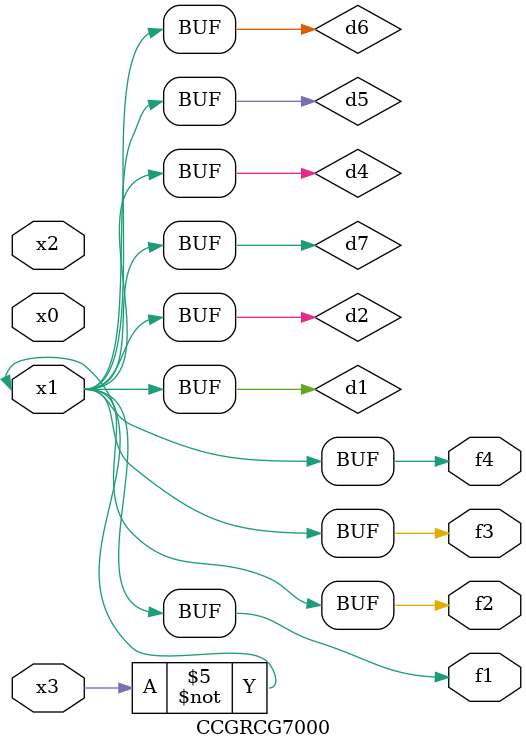
<source format=v>
module CCGRCG7000(
	input x0, x1, x2, x3,
	output f1, f2, f3, f4
);

	wire d1, d2, d3, d4, d5, d6, d7;

	not (d1, x3);
	buf (d2, x1);
	xnor (d3, d1, d2);
	nor (d4, d1);
	buf (d5, d1, d2);
	buf (d6, d4, d5);
	nand (d7, d4);
	assign f1 = d6;
	assign f2 = d7;
	assign f3 = d6;
	assign f4 = d6;
endmodule

</source>
